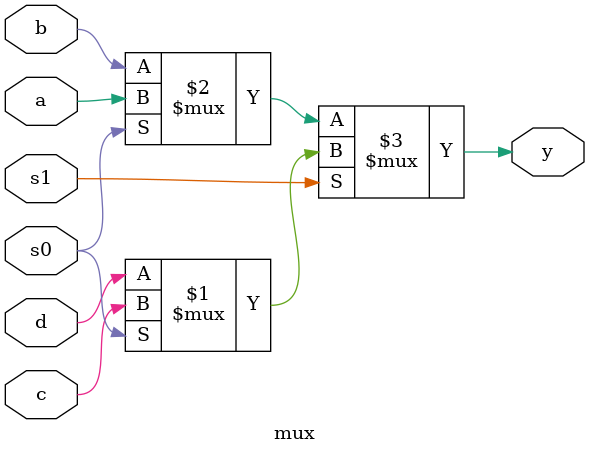
<source format=v>
module mux(input a,b,c,d,s0,s1,output y);
  assign y=(s1?(s0?c:d):(s0?a:b));
endmodule

</source>
